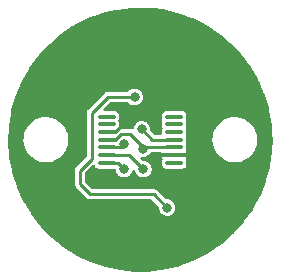
<source format=gbr>
%TF.GenerationSoftware,KiCad,Pcbnew,(5.99.0-9885-g7a8abcadd2)*%
%TF.CreationDate,2021-05-15T19:58:37-05:00*%
%TF.ProjectId,small as5047 encoder breakout,736d616c-6c20-4617-9335-30343720656e,rev?*%
%TF.SameCoordinates,Original*%
%TF.FileFunction,Copper,L2,Bot*%
%TF.FilePolarity,Positive*%
%FSLAX46Y46*%
G04 Gerber Fmt 4.6, Leading zero omitted, Abs format (unit mm)*
G04 Created by KiCad (PCBNEW (5.99.0-9885-g7a8abcadd2)) date 2021-05-15 19:58:37*
%MOMM*%
%LPD*%
G01*
G04 APERTURE LIST*
G04 Aperture macros list*
%AMRoundRect*
0 Rectangle with rounded corners*
0 $1 Rounding radius*
0 $2 $3 $4 $5 $6 $7 $8 $9 X,Y pos of 4 corners*
0 Add a 4 corners polygon primitive as box body*
4,1,4,$2,$3,$4,$5,$6,$7,$8,$9,$2,$3,0*
0 Add four circle primitives for the rounded corners*
1,1,$1+$1,$2,$3*
1,1,$1+$1,$4,$5*
1,1,$1+$1,$6,$7*
1,1,$1+$1,$8,$9*
0 Add four rect primitives between the rounded corners*
20,1,$1+$1,$2,$3,$4,$5,0*
20,1,$1+$1,$4,$5,$6,$7,0*
20,1,$1+$1,$6,$7,$8,$9,0*
20,1,$1+$1,$8,$9,$2,$3,0*%
G04 Aperture macros list end*
%TA.AperFunction,SMDPad,CuDef*%
%ADD10RoundRect,0.100000X-0.637500X-0.100000X0.637500X-0.100000X0.637500X0.100000X-0.637500X0.100000X0*%
%TD*%
%TA.AperFunction,ViaPad*%
%ADD11C,0.800000*%
%TD*%
%TA.AperFunction,Conductor*%
%ADD12C,0.250000*%
%TD*%
G04 APERTURE END LIST*
D10*
%TO.P,U1,1,~CS*%
%TO.N,/H3{slash}CS*%
X135637500Y-84950000D03*
%TO.P,U1,2,CLK*%
%TO.N,/H1{slash}SCK*%
X135637500Y-84300000D03*
%TO.P,U1,3,MISO*%
%TO.N,/H2{slash}MISO*%
X135637500Y-83650000D03*
%TO.P,U1,4,MOSI*%
%TO.N,+3V3*%
X135637500Y-83000000D03*
%TO.P,U1,5,TST*%
%TO.N,GND*%
X135637500Y-82350000D03*
%TO.P,U1,6,B*%
%TO.N,N/C*%
X135637500Y-81700000D03*
%TO.P,U1,7,A*%
X135637500Y-81050000D03*
%TO.P,U1,8,W/PWM*%
X141362500Y-81050000D03*
%TO.P,U1,9,V*%
X141362500Y-81700000D03*
%TO.P,U1,10,U*%
X141362500Y-82350000D03*
%TO.P,U1,11,VDD*%
%TO.N,+5V*%
X141362500Y-83000000D03*
%TO.P,U1,12,VDD3V3*%
%TO.N,+3V3*%
X141362500Y-83650000D03*
%TO.P,U1,13,GND*%
%TO.N,GND*%
X141362500Y-84300000D03*
%TO.P,U1,14,I/PWM*%
%TO.N,N/C*%
X141362500Y-84950000D03*
%TD*%
D11*
%TO.N,GND*%
X134250000Y-86250000D03*
X142875000Y-84250000D03*
%TO.N,+3V3*%
X138750000Y-83750000D03*
%TO.N,+5V*%
X138625000Y-82125000D03*
%TO.N,/Temp*%
X138000000Y-79375000D03*
X140750000Y-88750000D03*
%TO.N,/H3{slash}CS*%
X137125000Y-85500000D03*
%TO.N,/H2{slash}MISO*%
X137125000Y-83375000D03*
%TO.N,/H1{slash}SCK*%
X138750000Y-85500000D03*
%TD*%
D12*
%TO.N,GND*%
X142875000Y-85375000D02*
X141250000Y-87000000D01*
X134250000Y-86250000D02*
X135000000Y-87000000D01*
X135000000Y-87000000D02*
X141250000Y-87000000D01*
X142875000Y-85375000D02*
X142875000Y-84250000D01*
X142825000Y-84300000D02*
X141362500Y-84300000D01*
X136388590Y-82350000D02*
X137125000Y-81613590D01*
X135637500Y-82350000D02*
X136388590Y-82350000D01*
X142875000Y-84250000D02*
X142825000Y-84300000D01*
%TO.N,+3V3*%
X136875000Y-82500000D02*
X137125000Y-82500000D01*
X136375000Y-83000000D02*
X136875000Y-82500000D01*
X137625000Y-82500000D02*
X137125000Y-82500000D01*
X141362500Y-83650000D02*
X138850000Y-83650000D01*
X135637500Y-83000000D02*
X136375000Y-83000000D01*
X138850000Y-83650000D02*
X138750000Y-83750000D01*
X138750000Y-83625000D02*
X137625000Y-82500000D01*
X138750000Y-83750000D02*
X138750000Y-83625000D01*
%TO.N,+5V*%
X141362500Y-83000000D02*
X139500000Y-83000000D01*
X139500000Y-83000000D02*
X138625000Y-82125000D01*
%TO.N,/Temp*%
X138000000Y-79375000D02*
X137375000Y-79375000D01*
X139625000Y-87625000D02*
X134250000Y-87625000D01*
X134375000Y-84625000D02*
X134375000Y-80750000D01*
X140750000Y-88750000D02*
X139625000Y-87625000D01*
X133375000Y-85625000D02*
X134375000Y-84625000D01*
X133375000Y-86750000D02*
X133375000Y-85625000D01*
X135750000Y-79375000D02*
X137375000Y-79375000D01*
X134250000Y-87625000D02*
X133375000Y-86750000D01*
X134375000Y-80750000D02*
X135750000Y-79375000D01*
%TO.N,/H3{slash}CS*%
X137125000Y-85500000D02*
X136575000Y-84950000D01*
X136575000Y-84950000D02*
X135637500Y-84950000D01*
%TO.N,/H2{slash}MISO*%
X135637500Y-83650000D02*
X136850000Y-83650000D01*
X136850000Y-83650000D02*
X137125000Y-83375000D01*
%TO.N,/H1{slash}SCK*%
X135637500Y-84300000D02*
X137550000Y-84300000D01*
X137550000Y-84300000D02*
X138125000Y-84875000D01*
X138750000Y-85500000D02*
X138125000Y-84875000D01*
%TD*%
%TA.AperFunction,Conductor*%
%TO.N,GND*%
G36*
X139009896Y-71815355D02*
G01*
X139062837Y-71816487D01*
X139070192Y-71816860D01*
X139122988Y-71821085D01*
X139126654Y-71821432D01*
X139671085Y-71881056D01*
X140307746Y-71950782D01*
X140311341Y-71951229D01*
X140363795Y-71958532D01*
X140371036Y-71959756D01*
X140422979Y-71970112D01*
X140426562Y-71970881D01*
X141584485Y-72237144D01*
X141588063Y-72238022D01*
X141639275Y-72251386D01*
X141646344Y-72253453D01*
X141696724Y-72269798D01*
X141700187Y-72270978D01*
X142210191Y-72453084D01*
X142819098Y-72670505D01*
X142822550Y-72671794D01*
X142871890Y-72691056D01*
X142878669Y-72693934D01*
X142926754Y-72716025D01*
X142930078Y-72717611D01*
X143994798Y-73244984D01*
X143998041Y-73246650D01*
X144044773Y-73271524D01*
X144051169Y-73275172D01*
X144096362Y-73302730D01*
X144099475Y-73304691D01*
X144234922Y-73392819D01*
X145095400Y-73952689D01*
X145098457Y-73954743D01*
X145141943Y-73984882D01*
X145147874Y-73989255D01*
X145189554Y-74021908D01*
X145192418Y-74024220D01*
X145320115Y-74130424D01*
X146105914Y-74783965D01*
X146108694Y-74786347D01*
X146148377Y-74821365D01*
X146153752Y-74826394D01*
X146191342Y-74863689D01*
X146193913Y-74866315D01*
X146232471Y-74906876D01*
X147012529Y-75727452D01*
X147015027Y-75730158D01*
X147050359Y-75769571D01*
X147055112Y-75775196D01*
X147088079Y-75816603D01*
X147090332Y-75819519D01*
X147802884Y-76770274D01*
X147805034Y-76773232D01*
X147825696Y-76802549D01*
X147835542Y-76816520D01*
X147839607Y-76822662D01*
X147867511Y-76867624D01*
X147869407Y-76870780D01*
X148466178Y-77898195D01*
X148467982Y-77901408D01*
X148493225Y-77947949D01*
X148496545Y-77954523D01*
X148519020Y-78002447D01*
X148520535Y-78005805D01*
X148993339Y-79095782D01*
X148994755Y-79099180D01*
X149014400Y-79148356D01*
X149016932Y-79155275D01*
X149033661Y-79205491D01*
X149034774Y-79209002D01*
X149377187Y-80346715D01*
X149378197Y-80350258D01*
X149391967Y-80401381D01*
X149393674Y-80408545D01*
X149404429Y-80460362D01*
X149405121Y-80463961D01*
X149568809Y-81387576D01*
X149612468Y-81633923D01*
X149613057Y-81637558D01*
X149620763Y-81689897D01*
X149621623Y-81697212D01*
X149626261Y-81749954D01*
X149626529Y-81753617D01*
X149675145Y-82584140D01*
X149696572Y-82950191D01*
X149696718Y-82953377D01*
X149698237Y-82999177D01*
X149698287Y-83005554D01*
X149697487Y-83051374D01*
X149697391Y-83054544D01*
X149661284Y-83898443D01*
X149661128Y-83902097D01*
X149660952Y-83905265D01*
X149659953Y-83919910D01*
X149657834Y-83950987D01*
X149657240Y-83957332D01*
X149651812Y-84002855D01*
X149651394Y-84006017D01*
X149479402Y-85192226D01*
X149478820Y-85195862D01*
X149469699Y-85247991D01*
X149468222Y-85255190D01*
X149462483Y-85279515D01*
X149456062Y-85306730D01*
X149455164Y-85310301D01*
X149148656Y-86458213D01*
X149147654Y-86461758D01*
X149132511Y-86512473D01*
X149130198Y-86519467D01*
X149112106Y-86569241D01*
X149110797Y-86572683D01*
X148672463Y-87676974D01*
X148671055Y-87680377D01*
X148650085Y-87729011D01*
X148646972Y-87735687D01*
X148623198Y-87783006D01*
X148621512Y-87786244D01*
X148057300Y-88831912D01*
X148055550Y-88835045D01*
X148029038Y-88880921D01*
X148025166Y-88887189D01*
X147996037Y-88931406D01*
X147993967Y-88934451D01*
X147311643Y-89907102D01*
X147309485Y-89910084D01*
X147277830Y-89952515D01*
X147273253Y-89958290D01*
X147239155Y-89998818D01*
X147236743Y-90001601D01*
X146445600Y-90888000D01*
X146443109Y-90890710D01*
X146406738Y-90929139D01*
X146401518Y-90934341D01*
X146362924Y-90970614D01*
X146360207Y-90973094D01*
X145471023Y-91761164D01*
X145468260Y-91763542D01*
X145427619Y-91797491D01*
X145421833Y-91802044D01*
X145379294Y-91833550D01*
X145376302Y-91835699D01*
X144970409Y-92118328D01*
X144401233Y-92514652D01*
X144398232Y-92516677D01*
X144360856Y-92541112D01*
X144353911Y-92545653D01*
X144347633Y-92549501D01*
X144301676Y-92575847D01*
X144298480Y-92577617D01*
X143250877Y-93138160D01*
X143247619Y-93139843D01*
X143200230Y-93163444D01*
X143193557Y-93166528D01*
X143144852Y-93187328D01*
X143141445Y-93188724D01*
X142035567Y-93623226D01*
X142032199Y-93624492D01*
X141985779Y-93641182D01*
X141982358Y-93642412D01*
X141975358Y-93644700D01*
X141924587Y-93659667D01*
X141921039Y-93660657D01*
X140772000Y-93963174D01*
X140768529Y-93964034D01*
X140716872Y-93976031D01*
X140709726Y-93977472D01*
X140657466Y-93986428D01*
X140653875Y-93986989D01*
X140272038Y-94040993D01*
X139477454Y-94153372D01*
X139473830Y-94153831D01*
X139421180Y-94159713D01*
X139413847Y-94160316D01*
X139371286Y-94162565D01*
X139361006Y-94163108D01*
X139357326Y-94163249D01*
X139279520Y-94165083D01*
X138169473Y-94191242D01*
X138165850Y-94191275D01*
X138112882Y-94190974D01*
X138105527Y-94190717D01*
X138052670Y-94187322D01*
X138049047Y-94187036D01*
X136866059Y-94076253D01*
X136862439Y-94075861D01*
X136809870Y-94069383D01*
X136802607Y-94068272D01*
X136765535Y-94061484D01*
X136750540Y-94058739D01*
X136746927Y-94058023D01*
X135584932Y-93809972D01*
X135581343Y-93809150D01*
X135529940Y-93796596D01*
X135522838Y-93794640D01*
X135472236Y-93779097D01*
X135468731Y-93777964D01*
X134343657Y-93396053D01*
X134340203Y-93394825D01*
X134290544Y-93376332D01*
X134283778Y-93373584D01*
X134235287Y-93352222D01*
X134231967Y-93350701D01*
X133159138Y-92840137D01*
X133155836Y-92838506D01*
X133108705Y-92814362D01*
X133102248Y-92810812D01*
X133056625Y-92783964D01*
X133053480Y-92782051D01*
X132047554Y-92149812D01*
X132044462Y-92147805D01*
X132000473Y-92118328D01*
X131994479Y-92114053D01*
X131952325Y-92082086D01*
X131949422Y-92079817D01*
X131466998Y-91691246D01*
X131024067Y-91334484D01*
X131021257Y-91332150D01*
X130981021Y-91297754D01*
X130975590Y-91292831D01*
X130937403Y-91256115D01*
X130934810Y-91253548D01*
X130102759Y-90405366D01*
X130100218Y-90402699D01*
X130064264Y-90363838D01*
X130059423Y-90358288D01*
X130049264Y-90345931D01*
X130025785Y-90317373D01*
X130023533Y-90314551D01*
X129523764Y-89669091D01*
X129296125Y-89375091D01*
X129293913Y-89372147D01*
X129262736Y-89329354D01*
X129258575Y-89323276D01*
X129229940Y-89278716D01*
X129227994Y-89275588D01*
X129202033Y-89232466D01*
X128615196Y-88257732D01*
X128613342Y-88254550D01*
X128587351Y-88208375D01*
X128583960Y-88201916D01*
X128560699Y-88154277D01*
X128559164Y-88151014D01*
X128508100Y-88038181D01*
X128158563Y-87265840D01*
X128069265Y-87068526D01*
X128067796Y-87065148D01*
X128047402Y-87016334D01*
X128044763Y-87009458D01*
X128027240Y-86959491D01*
X128026071Y-86955997D01*
X127665824Y-85823784D01*
X127664759Y-85820259D01*
X127650193Y-85769378D01*
X127648374Y-85762240D01*
X127636808Y-85710604D01*
X127636055Y-85706998D01*
X127614083Y-85593431D01*
X132949500Y-85593431D01*
X132949500Y-86781569D01*
X132949700Y-86782831D01*
X132949800Y-86785382D01*
X132949800Y-86817345D01*
X132952866Y-86826780D01*
X132957205Y-86840136D01*
X132961819Y-86859356D01*
X132964018Y-86873236D01*
X132965570Y-86883032D01*
X132970071Y-86891865D01*
X132976451Y-86904387D01*
X132984013Y-86922642D01*
X132991421Y-86945443D01*
X132997251Y-86953467D01*
X133005507Y-86964830D01*
X133015840Y-86981692D01*
X133026718Y-87003042D01*
X133049319Y-87025643D01*
X133051051Y-87027516D01*
X133051803Y-87028551D01*
X133971449Y-87948197D01*
X133972484Y-87948949D01*
X133974357Y-87950681D01*
X133996958Y-87973282D01*
X134017737Y-87983869D01*
X134018308Y-87984160D01*
X134035170Y-87994493D01*
X134054557Y-88008579D01*
X134077358Y-88015987D01*
X134095612Y-88023548D01*
X134116968Y-88034430D01*
X134126761Y-88035981D01*
X134126764Y-88035982D01*
X134140644Y-88038181D01*
X134159865Y-88042795D01*
X134182655Y-88050200D01*
X134214618Y-88050200D01*
X134217169Y-88050300D01*
X134218431Y-88050500D01*
X139396562Y-88050500D01*
X139464683Y-88070502D01*
X139485657Y-88087405D01*
X140011808Y-88613556D01*
X140045834Y-88675868D01*
X140047635Y-88719096D01*
X140044539Y-88742612D01*
X140063140Y-88911102D01*
X140121395Y-89070290D01*
X140125631Y-89076593D01*
X140125631Y-89076594D01*
X140134557Y-89089877D01*
X140215940Y-89210988D01*
X140341317Y-89325073D01*
X140490288Y-89405957D01*
X140654253Y-89448973D01*
X140742481Y-89450359D01*
X140816147Y-89451516D01*
X140816150Y-89451516D01*
X140823745Y-89451635D01*
X140882841Y-89438100D01*
X140981577Y-89415487D01*
X140981581Y-89415486D01*
X140988980Y-89413791D01*
X141140418Y-89337626D01*
X141269316Y-89227536D01*
X141368234Y-89089877D01*
X141431461Y-88932597D01*
X141455345Y-88764775D01*
X141455500Y-88750000D01*
X141435135Y-88581715D01*
X141375217Y-88423145D01*
X141370918Y-88416890D01*
X141370916Y-88416886D01*
X141283505Y-88289703D01*
X141283504Y-88289701D01*
X141279203Y-88283444D01*
X141152638Y-88170679D01*
X141002829Y-88091359D01*
X140838423Y-88050063D01*
X140830825Y-88050023D01*
X140830823Y-88050023D01*
X140702633Y-88049352D01*
X140634618Y-88028994D01*
X140614198Y-88012449D01*
X139906269Y-87304520D01*
X139906256Y-87304508D01*
X139903551Y-87301803D01*
X139902519Y-87301053D01*
X139900638Y-87299314D01*
X139878042Y-87276718D01*
X139856692Y-87265840D01*
X139839830Y-87255507D01*
X139828467Y-87247251D01*
X139820443Y-87241421D01*
X139797642Y-87234013D01*
X139779387Y-87226451D01*
X139758032Y-87215570D01*
X139748239Y-87214019D01*
X139748236Y-87214018D01*
X139734356Y-87211819D01*
X139715136Y-87207205D01*
X139712793Y-87206444D01*
X139692345Y-87199800D01*
X139660382Y-87199800D01*
X139657831Y-87199700D01*
X139656569Y-87199500D01*
X134478438Y-87199500D01*
X134410317Y-87179498D01*
X134389343Y-87162595D01*
X133837405Y-86610657D01*
X133803379Y-86548345D01*
X133800500Y-86521562D01*
X133800500Y-85853438D01*
X133820502Y-85785317D01*
X133837405Y-85764343D01*
X134428292Y-85173456D01*
X134490604Y-85139430D01*
X134561419Y-85144495D01*
X134618255Y-85187042D01*
X134629654Y-85205348D01*
X134671944Y-85288347D01*
X134761653Y-85378056D01*
X134874694Y-85435653D01*
X134968432Y-85450500D01*
X136302035Y-85450500D01*
X136370156Y-85470502D01*
X136416649Y-85524158D01*
X136427274Y-85562672D01*
X136438140Y-85661102D01*
X136470923Y-85750686D01*
X136489427Y-85801248D01*
X136496395Y-85820290D01*
X136500631Y-85826593D01*
X136500631Y-85826594D01*
X136509557Y-85839877D01*
X136590940Y-85960988D01*
X136716317Y-86075073D01*
X136865288Y-86155957D01*
X137029253Y-86198973D01*
X137117481Y-86200359D01*
X137191147Y-86201516D01*
X137191150Y-86201516D01*
X137198745Y-86201635D01*
X137257841Y-86188100D01*
X137356577Y-86165487D01*
X137356581Y-86165486D01*
X137363980Y-86163791D01*
X137515418Y-86087626D01*
X137644316Y-85977536D01*
X137743234Y-85839877D01*
X137748574Y-85826594D01*
X137803626Y-85689650D01*
X137803627Y-85689648D01*
X137806461Y-85682597D01*
X137811813Y-85644991D01*
X137841214Y-85580368D01*
X137900885Y-85541899D01*
X137971881Y-85541797D01*
X138031662Y-85580095D01*
X138061795Y-85648919D01*
X138062306Y-85653552D01*
X138062307Y-85653556D01*
X138063140Y-85661102D01*
X138095923Y-85750686D01*
X138114427Y-85801248D01*
X138121395Y-85820290D01*
X138125631Y-85826593D01*
X138125631Y-85826594D01*
X138134557Y-85839877D01*
X138215940Y-85960988D01*
X138341317Y-86075073D01*
X138490288Y-86155957D01*
X138654253Y-86198973D01*
X138742481Y-86200359D01*
X138816147Y-86201516D01*
X138816150Y-86201516D01*
X138823745Y-86201635D01*
X138882841Y-86188100D01*
X138981577Y-86165487D01*
X138981581Y-86165486D01*
X138988980Y-86163791D01*
X139140418Y-86087626D01*
X139269316Y-85977536D01*
X139368234Y-85839877D01*
X139373574Y-85826594D01*
X139428626Y-85689650D01*
X139428627Y-85689648D01*
X139431461Y-85682597D01*
X139444151Y-85593431D01*
X139454764Y-85518859D01*
X139454764Y-85518856D01*
X139455345Y-85514775D01*
X139455500Y-85500000D01*
X139435135Y-85331715D01*
X139432450Y-85324609D01*
X139377902Y-85180250D01*
X139377901Y-85180248D01*
X139375217Y-85173145D01*
X139370918Y-85166890D01*
X139370916Y-85166886D01*
X139283505Y-85039703D01*
X139283504Y-85039701D01*
X139279203Y-85033444D01*
X139152638Y-84920679D01*
X139115598Y-84901067D01*
X139035922Y-84858881D01*
X139002829Y-84841359D01*
X138911553Y-84818432D01*
X140324500Y-84818432D01*
X140324500Y-85081568D01*
X140339347Y-85175306D01*
X140396944Y-85288347D01*
X140486653Y-85378056D01*
X140599694Y-85435653D01*
X140693432Y-85450500D01*
X142031568Y-85450500D01*
X142125306Y-85435653D01*
X142238347Y-85378056D01*
X142328056Y-85288347D01*
X142385653Y-85175306D01*
X142400500Y-85081568D01*
X142400500Y-84818432D01*
X142385653Y-84724694D01*
X142381151Y-84715858D01*
X142363726Y-84681658D01*
X142350622Y-84611881D01*
X142363726Y-84567253D01*
X142380677Y-84533986D01*
X142386729Y-84515358D01*
X142394247Y-84467894D01*
X142392479Y-84454211D01*
X142378507Y-84450000D01*
X142037922Y-84450000D01*
X142033671Y-84449833D01*
X142031568Y-84449500D01*
X140693432Y-84449500D01*
X140691329Y-84449833D01*
X140687078Y-84450000D01*
X140346034Y-84450000D01*
X140332798Y-84453886D01*
X140330825Y-84468345D01*
X140338271Y-84515358D01*
X140344323Y-84533986D01*
X140361274Y-84567253D01*
X140374378Y-84637030D01*
X140361274Y-84681658D01*
X140343849Y-84715858D01*
X140339347Y-84724694D01*
X140324500Y-84818432D01*
X138911553Y-84818432D01*
X138838423Y-84800063D01*
X138830825Y-84800023D01*
X138830823Y-84800023D01*
X138702632Y-84799352D01*
X138634617Y-84778994D01*
X138614197Y-84762449D01*
X138504048Y-84652300D01*
X138470022Y-84589988D01*
X138475087Y-84519173D01*
X138517634Y-84462337D01*
X138584154Y-84437526D01*
X138625118Y-84441330D01*
X138646899Y-84447044D01*
X138646901Y-84447044D01*
X138654253Y-84448973D01*
X138742481Y-84450359D01*
X138816147Y-84451516D01*
X138816150Y-84451516D01*
X138823745Y-84451635D01*
X138885348Y-84437526D01*
X138981577Y-84415487D01*
X138981581Y-84415486D01*
X138988980Y-84413791D01*
X139140418Y-84337626D01*
X139269316Y-84227536D01*
X139273745Y-84221373D01*
X139273750Y-84221367D01*
X139340860Y-84127974D01*
X139396854Y-84084326D01*
X139443182Y-84075500D01*
X140213242Y-84075500D01*
X140281363Y-84095502D01*
X140309634Y-84120355D01*
X140330543Y-84145192D01*
X140346493Y-84150000D01*
X140687078Y-84150000D01*
X140691329Y-84150167D01*
X140693432Y-84150500D01*
X142031568Y-84150500D01*
X142033671Y-84150167D01*
X142037922Y-84150000D01*
X142378966Y-84150000D01*
X142392202Y-84146114D01*
X142394175Y-84131655D01*
X142386729Y-84084642D01*
X142380675Y-84066011D01*
X142363726Y-84032745D01*
X142350622Y-83962968D01*
X142363726Y-83918340D01*
X142367414Y-83911102D01*
X142385653Y-83875306D01*
X142400500Y-83781568D01*
X142400500Y-83518432D01*
X142385653Y-83424694D01*
X142364002Y-83382201D01*
X142350899Y-83312424D01*
X142364002Y-83267799D01*
X142385653Y-83225306D01*
X142400500Y-83131568D01*
X142400500Y-83086439D01*
X144596462Y-83086439D01*
X144596997Y-83090957D01*
X144596997Y-83090963D01*
X144614177Y-83236116D01*
X144628878Y-83360321D01*
X144700491Y-83626655D01*
X144809801Y-83879862D01*
X144812192Y-83883741D01*
X144930394Y-84075500D01*
X144954518Y-84114637D01*
X145131610Y-84326062D01*
X145337368Y-84509708D01*
X145567482Y-84661728D01*
X145681978Y-84715484D01*
X145812995Y-84776997D01*
X145813000Y-84776999D01*
X145817130Y-84778938D01*
X146081083Y-84858881D01*
X146353812Y-84899884D01*
X146358377Y-84899904D01*
X146358378Y-84899904D01*
X146491707Y-84900485D01*
X146629603Y-84901087D01*
X146658922Y-84896940D01*
X146898163Y-84863105D01*
X146898167Y-84863104D01*
X146902679Y-84862466D01*
X147167320Y-84784829D01*
X147216090Y-84762449D01*
X147413825Y-84671710D01*
X147413829Y-84671708D01*
X147417982Y-84669802D01*
X147649413Y-84519796D01*
X147856766Y-84337953D01*
X147864311Y-84329104D01*
X147932597Y-84249009D01*
X148035696Y-84128081D01*
X148038119Y-84124225D01*
X148038124Y-84124219D01*
X148180028Y-83898443D01*
X148180029Y-83898441D01*
X148182457Y-83894578D01*
X148196114Y-83863687D01*
X148292128Y-83646507D01*
X148292130Y-83646502D01*
X148293972Y-83642335D01*
X148354534Y-83424694D01*
X148366683Y-83381036D01*
X148366684Y-83381031D01*
X148367907Y-83376636D01*
X148402712Y-83103047D01*
X148403162Y-83086439D01*
X148405415Y-83003137D01*
X148405500Y-83000000D01*
X148385541Y-82724929D01*
X148343541Y-82534690D01*
X148327069Y-82460081D01*
X148327068Y-82460077D01*
X148326084Y-82455621D01*
X148228372Y-82197716D01*
X148114865Y-81993364D01*
X148096672Y-81960611D01*
X148096671Y-81960610D01*
X148094454Y-81956618D01*
X147995239Y-81826615D01*
X147929902Y-81741002D01*
X147929898Y-81740998D01*
X147927135Y-81737377D01*
X147901308Y-81712129D01*
X147788526Y-81601878D01*
X147729920Y-81544587D01*
X147622446Y-81466359D01*
X147510631Y-81384971D01*
X147510628Y-81384969D01*
X147506939Y-81382284D01*
X147336441Y-81292581D01*
X147266905Y-81255996D01*
X147266899Y-81255993D01*
X147262865Y-81253871D01*
X147258560Y-81252351D01*
X147258556Y-81252349D01*
X147007123Y-81163559D01*
X147007122Y-81163559D01*
X147002810Y-81162036D01*
X146872044Y-81136262D01*
X146736694Y-81109584D01*
X146736688Y-81109583D01*
X146732222Y-81108703D01*
X146727669Y-81108476D01*
X146727666Y-81108476D01*
X146461338Y-81095217D01*
X146461332Y-81095217D01*
X146456769Y-81094990D01*
X146182222Y-81121185D01*
X145914332Y-81186737D01*
X145910106Y-81188449D01*
X145910102Y-81188450D01*
X145662944Y-81288559D01*
X145662939Y-81288562D01*
X145658711Y-81290274D01*
X145654776Y-81292578D01*
X145654770Y-81292581D01*
X145428509Y-81425063D01*
X145420713Y-81429628D01*
X145205325Y-81601878D01*
X145017058Y-81803416D01*
X144859856Y-82030022D01*
X144829734Y-82090570D01*
X144744424Y-82262050D01*
X144737013Y-82276946D01*
X144651101Y-82539018D01*
X144643267Y-82584140D01*
X144610182Y-82774694D01*
X144603922Y-82810746D01*
X144602361Y-82868432D01*
X144597743Y-83039113D01*
X144596462Y-83086439D01*
X142400500Y-83086439D01*
X142400500Y-82868432D01*
X142385653Y-82774694D01*
X142364002Y-82732201D01*
X142350899Y-82662424D01*
X142364002Y-82617799D01*
X142385653Y-82575306D01*
X142400500Y-82481568D01*
X142400500Y-82218432D01*
X142385653Y-82124694D01*
X142364002Y-82082201D01*
X142350899Y-82012424D01*
X142364002Y-81967799D01*
X142367664Y-81960611D01*
X142385653Y-81925306D01*
X142400500Y-81831568D01*
X142400500Y-81568432D01*
X142385653Y-81474694D01*
X142364002Y-81432201D01*
X142350899Y-81362424D01*
X142364002Y-81317799D01*
X142385653Y-81275306D01*
X142400500Y-81181568D01*
X142400500Y-80918432D01*
X142385653Y-80824694D01*
X142328056Y-80711653D01*
X142238347Y-80621944D01*
X142125306Y-80564347D01*
X142031568Y-80549500D01*
X140693432Y-80549500D01*
X140599694Y-80564347D01*
X140486653Y-80621944D01*
X140396944Y-80711653D01*
X140339347Y-80824694D01*
X140324500Y-80918432D01*
X140324500Y-81181568D01*
X140339347Y-81275306D01*
X140360998Y-81317799D01*
X140374101Y-81387576D01*
X140360998Y-81432201D01*
X140339347Y-81474694D01*
X140324500Y-81568432D01*
X140324500Y-81831568D01*
X140339347Y-81925306D01*
X140357336Y-81960611D01*
X140360998Y-81967799D01*
X140374101Y-82037576D01*
X140360998Y-82082201D01*
X140339347Y-82124694D01*
X140324500Y-82218432D01*
X140324500Y-82448500D01*
X140304498Y-82516621D01*
X140250842Y-82563114D01*
X140198500Y-82574500D01*
X139728438Y-82574500D01*
X139660317Y-82554498D01*
X139639343Y-82537595D01*
X139363798Y-82262050D01*
X139329772Y-82199738D01*
X139328149Y-82155206D01*
X139329764Y-82143855D01*
X139330345Y-82139775D01*
X139330500Y-82125000D01*
X139319006Y-82030022D01*
X139311048Y-81964258D01*
X139311048Y-81964257D01*
X139310135Y-81956715D01*
X139307427Y-81949549D01*
X139252902Y-81805250D01*
X139252901Y-81805248D01*
X139250217Y-81798145D01*
X139245918Y-81791890D01*
X139245916Y-81791886D01*
X139158505Y-81664703D01*
X139158504Y-81664701D01*
X139154203Y-81658444D01*
X139137057Y-81643167D01*
X139094464Y-81605219D01*
X139027638Y-81545679D01*
X138877829Y-81466359D01*
X138713423Y-81425063D01*
X138705825Y-81425023D01*
X138705823Y-81425023D01*
X138632792Y-81424641D01*
X138543912Y-81424176D01*
X138536533Y-81425948D01*
X138536529Y-81425948D01*
X138386461Y-81461976D01*
X138386457Y-81461977D01*
X138379082Y-81463748D01*
X138228450Y-81541495D01*
X138222728Y-81546487D01*
X138222726Y-81546488D01*
X138162500Y-81599026D01*
X138100711Y-81652928D01*
X138003240Y-81791615D01*
X137941665Y-81949549D01*
X137939263Y-81967799D01*
X137935897Y-81993364D01*
X137907175Y-82058291D01*
X137847911Y-82097384D01*
X137772038Y-82096752D01*
X137766868Y-82095072D01*
X137758032Y-82090570D01*
X137748239Y-82089019D01*
X137748233Y-82089017D01*
X137734356Y-82086819D01*
X137715136Y-82082205D01*
X137712793Y-82081444D01*
X137692345Y-82074800D01*
X137660382Y-82074800D01*
X137657831Y-82074700D01*
X137656569Y-82074500D01*
X136843431Y-82074500D01*
X136842169Y-82074700D01*
X136839618Y-82074800D01*
X136807655Y-82074800D01*
X136800800Y-82077027D01*
X136731881Y-82068120D01*
X136677567Y-82022398D01*
X136656595Y-81954569D01*
X136661008Y-81925362D01*
X136660653Y-81925306D01*
X136662204Y-81915512D01*
X136675500Y-81831568D01*
X136675500Y-81568432D01*
X136660653Y-81474694D01*
X136639002Y-81432201D01*
X136625899Y-81362424D01*
X136639002Y-81317799D01*
X136660653Y-81275306D01*
X136675500Y-81181568D01*
X136675500Y-80918432D01*
X136660653Y-80824694D01*
X136603056Y-80711653D01*
X136513347Y-80621944D01*
X136400306Y-80564347D01*
X136306568Y-80549500D01*
X135481438Y-80549500D01*
X135413317Y-80529498D01*
X135366824Y-80475842D01*
X135356720Y-80405568D01*
X135386214Y-80340988D01*
X135392343Y-80334405D01*
X135889343Y-79837405D01*
X135951655Y-79803379D01*
X135978438Y-79800500D01*
X137378826Y-79800500D01*
X137446947Y-79820502D01*
X137465429Y-79836549D01*
X137465940Y-79835988D01*
X137591317Y-79950073D01*
X137740288Y-80030957D01*
X137904253Y-80073973D01*
X137992481Y-80075359D01*
X138066147Y-80076516D01*
X138066150Y-80076516D01*
X138073745Y-80076635D01*
X138132841Y-80063100D01*
X138231577Y-80040487D01*
X138231581Y-80040486D01*
X138238980Y-80038791D01*
X138390418Y-79962626D01*
X138519316Y-79852536D01*
X138618234Y-79714877D01*
X138681461Y-79557597D01*
X138705345Y-79389775D01*
X138705500Y-79375000D01*
X138685135Y-79206715D01*
X138656500Y-79130934D01*
X138627902Y-79055250D01*
X138627901Y-79055248D01*
X138625217Y-79048145D01*
X138620918Y-79041890D01*
X138620916Y-79041886D01*
X138533505Y-78914703D01*
X138533504Y-78914701D01*
X138529203Y-78908444D01*
X138402638Y-78795679D01*
X138252829Y-78716359D01*
X138088423Y-78675063D01*
X138080825Y-78675023D01*
X138080823Y-78675023D01*
X138007792Y-78674641D01*
X137918912Y-78674176D01*
X137911533Y-78675948D01*
X137911529Y-78675948D01*
X137761461Y-78711976D01*
X137761457Y-78711977D01*
X137754082Y-78713748D01*
X137603450Y-78791495D01*
X137475711Y-78902928D01*
X137472078Y-78908097D01*
X137412098Y-78945050D01*
X137378907Y-78949500D01*
X135718431Y-78949500D01*
X135717173Y-78949699D01*
X135714632Y-78949799D01*
X135682655Y-78949799D01*
X135673226Y-78952863D01*
X135673219Y-78952864D01*
X135659857Y-78957206D01*
X135640629Y-78961823D01*
X135637887Y-78962257D01*
X135626765Y-78964018D01*
X135626762Y-78964019D01*
X135616968Y-78965570D01*
X135608133Y-78970072D01*
X135608129Y-78970073D01*
X135595616Y-78976449D01*
X135577353Y-78984013D01*
X135563990Y-78988355D01*
X135563985Y-78988358D01*
X135554557Y-78991421D01*
X135546540Y-78997246D01*
X135546536Y-78997248D01*
X135535170Y-79005507D01*
X135518308Y-79015840D01*
X135496958Y-79026718D01*
X135474357Y-79049319D01*
X135472484Y-79051051D01*
X135471449Y-79051803D01*
X134051803Y-80471449D01*
X134051051Y-80472484D01*
X134049319Y-80474357D01*
X134026718Y-80496958D01*
X134022217Y-80505793D01*
X134015840Y-80518308D01*
X134005507Y-80535170D01*
X133991421Y-80554557D01*
X133984013Y-80577358D01*
X133976452Y-80595612D01*
X133965570Y-80616968D01*
X133964019Y-80626761D01*
X133964018Y-80626764D01*
X133961819Y-80640644D01*
X133957205Y-80659864D01*
X133949800Y-80682655D01*
X133949800Y-80714618D01*
X133949700Y-80717169D01*
X133949500Y-80718431D01*
X133949500Y-84396562D01*
X133929498Y-84464683D01*
X133912595Y-84485657D01*
X133051803Y-85346449D01*
X133051051Y-85347484D01*
X133049319Y-85349357D01*
X133026718Y-85371958D01*
X133016131Y-85392737D01*
X133015840Y-85393308D01*
X133005507Y-85410170D01*
X132991421Y-85429557D01*
X132984013Y-85452358D01*
X132976452Y-85470612D01*
X132965570Y-85491968D01*
X132964019Y-85501761D01*
X132964018Y-85501764D01*
X132961819Y-85515644D01*
X132957205Y-85534864D01*
X132949800Y-85557655D01*
X132949800Y-85589618D01*
X132949700Y-85592169D01*
X132949500Y-85593431D01*
X127614083Y-85593431D01*
X127611503Y-85580095D01*
X127536810Y-85194040D01*
X127410364Y-84540485D01*
X127409717Y-84536858D01*
X127401185Y-84484611D01*
X127400211Y-84477312D01*
X127396476Y-84441330D01*
X127394745Y-84424651D01*
X127394420Y-84420999D01*
X127394011Y-84415487D01*
X127306370Y-83236116D01*
X127306151Y-83232445D01*
X127303772Y-83179558D01*
X127303657Y-83172191D01*
X127304373Y-83119298D01*
X127304476Y-83115617D01*
X127305724Y-83086439D01*
X128596462Y-83086439D01*
X128596997Y-83090957D01*
X128596997Y-83090963D01*
X128614177Y-83236116D01*
X128628878Y-83360321D01*
X128700491Y-83626655D01*
X128809801Y-83879862D01*
X128812192Y-83883741D01*
X128930394Y-84075500D01*
X128954518Y-84114637D01*
X129131610Y-84326062D01*
X129337368Y-84509708D01*
X129567482Y-84661728D01*
X129681978Y-84715484D01*
X129812995Y-84776997D01*
X129813000Y-84776999D01*
X129817130Y-84778938D01*
X130081083Y-84858881D01*
X130353812Y-84899884D01*
X130358377Y-84899904D01*
X130358378Y-84899904D01*
X130491707Y-84900485D01*
X130629603Y-84901087D01*
X130658922Y-84896940D01*
X130898163Y-84863105D01*
X130898167Y-84863104D01*
X130902679Y-84862466D01*
X131167320Y-84784829D01*
X131216090Y-84762449D01*
X131413825Y-84671710D01*
X131413829Y-84671708D01*
X131417982Y-84669802D01*
X131649413Y-84519796D01*
X131856766Y-84337953D01*
X131864311Y-84329104D01*
X131932597Y-84249009D01*
X132035696Y-84128081D01*
X132038119Y-84124225D01*
X132038124Y-84124219D01*
X132180028Y-83898443D01*
X132180029Y-83898441D01*
X132182457Y-83894578D01*
X132196114Y-83863687D01*
X132292128Y-83646507D01*
X132292130Y-83646502D01*
X132293972Y-83642335D01*
X132354534Y-83424694D01*
X132366683Y-83381036D01*
X132366684Y-83381031D01*
X132367907Y-83376636D01*
X132402712Y-83103047D01*
X132403162Y-83086439D01*
X132405415Y-83003137D01*
X132405500Y-83000000D01*
X132385541Y-82724929D01*
X132343541Y-82534690D01*
X132327069Y-82460081D01*
X132327068Y-82460077D01*
X132326084Y-82455621D01*
X132228372Y-82197716D01*
X132114865Y-81993364D01*
X132096672Y-81960611D01*
X132096671Y-81960610D01*
X132094454Y-81956618D01*
X131995239Y-81826615D01*
X131929902Y-81741002D01*
X131929898Y-81740998D01*
X131927135Y-81737377D01*
X131901308Y-81712129D01*
X131788526Y-81601878D01*
X131729920Y-81544587D01*
X131622446Y-81466359D01*
X131510631Y-81384971D01*
X131510628Y-81384969D01*
X131506939Y-81382284D01*
X131336441Y-81292581D01*
X131266905Y-81255996D01*
X131266899Y-81255993D01*
X131262865Y-81253871D01*
X131258560Y-81252351D01*
X131258556Y-81252349D01*
X131007123Y-81163559D01*
X131007122Y-81163559D01*
X131002810Y-81162036D01*
X130872044Y-81136262D01*
X130736694Y-81109584D01*
X130736688Y-81109583D01*
X130732222Y-81108703D01*
X130727669Y-81108476D01*
X130727666Y-81108476D01*
X130461338Y-81095217D01*
X130461332Y-81095217D01*
X130456769Y-81094990D01*
X130182222Y-81121185D01*
X129914332Y-81186737D01*
X129910106Y-81188449D01*
X129910102Y-81188450D01*
X129662944Y-81288559D01*
X129662939Y-81288562D01*
X129658711Y-81290274D01*
X129654776Y-81292578D01*
X129654770Y-81292581D01*
X129428509Y-81425063D01*
X129420713Y-81429628D01*
X129205325Y-81601878D01*
X129017058Y-81803416D01*
X128859856Y-82030022D01*
X128829734Y-82090570D01*
X128744424Y-82262050D01*
X128737013Y-82276946D01*
X128651101Y-82539018D01*
X128643267Y-82584140D01*
X128610182Y-82774694D01*
X128603922Y-82810746D01*
X128602361Y-82868432D01*
X128597743Y-83039113D01*
X128596462Y-83086439D01*
X127305724Y-83086439D01*
X127355266Y-81928552D01*
X127355477Y-81924875D01*
X127359286Y-81872059D01*
X127360031Y-81864732D01*
X127366912Y-81812283D01*
X127367444Y-81808636D01*
X127367990Y-81805250D01*
X127524351Y-80834486D01*
X127556389Y-80635577D01*
X127557028Y-80631952D01*
X127566964Y-80579985D01*
X127568559Y-80572791D01*
X127581533Y-80521425D01*
X127582487Y-80517868D01*
X127906974Y-79374967D01*
X127908031Y-79371440D01*
X127923977Y-79320940D01*
X127926393Y-79314000D01*
X127945276Y-79264487D01*
X127946614Y-79261126D01*
X127966076Y-79214258D01*
X128402276Y-78163768D01*
X128403730Y-78160409D01*
X128425450Y-78112139D01*
X128428666Y-78105516D01*
X128453156Y-78058621D01*
X128454908Y-78055381D01*
X129035460Y-77018728D01*
X129037308Y-77015539D01*
X129064519Y-76970119D01*
X129068487Y-76963915D01*
X129098283Y-76920195D01*
X129100401Y-76917182D01*
X129797961Y-75955310D01*
X129800139Y-75952397D01*
X129832474Y-75910448D01*
X129837126Y-75904765D01*
X129871836Y-75864800D01*
X129874292Y-75862054D01*
X130679267Y-74988182D01*
X130681802Y-74985509D01*
X130718798Y-74947631D01*
X130724096Y-74942515D01*
X130763228Y-74906876D01*
X130765988Y-74904435D01*
X130811938Y-74864982D01*
X131667449Y-74130423D01*
X131670242Y-74128096D01*
X131711432Y-74094770D01*
X131717264Y-74090328D01*
X131760310Y-74059483D01*
X131763333Y-74057383D01*
X132748906Y-73393857D01*
X132751989Y-73391846D01*
X132796765Y-73363566D01*
X132803095Y-73359822D01*
X132849478Y-73334191D01*
X132852652Y-73332498D01*
X133908932Y-72788479D01*
X133912229Y-72786841D01*
X133959993Y-72763981D01*
X133966730Y-72760996D01*
X134015722Y-72740978D01*
X134019151Y-72739635D01*
X135131684Y-72322569D01*
X135135149Y-72321327D01*
X135159518Y-72312995D01*
X135185245Y-72304199D01*
X135192278Y-72302022D01*
X135243270Y-72287857D01*
X135246824Y-72286925D01*
X135541514Y-72214269D01*
X136400450Y-72002500D01*
X136404038Y-72001671D01*
X136416542Y-71998973D01*
X136455787Y-71990506D01*
X136463006Y-71989168D01*
X136515327Y-71981045D01*
X136518949Y-71980537D01*
X137697876Y-71832649D01*
X137701496Y-71832248D01*
X137754221Y-71827194D01*
X137761555Y-71826707D01*
X137777459Y-71826117D01*
X137814451Y-71824745D01*
X137818132Y-71824662D01*
X138385143Y-71820208D01*
X139006273Y-71815330D01*
X139009896Y-71815355D01*
G37*
%TD.AperFunction*%
%TD*%
M02*

</source>
